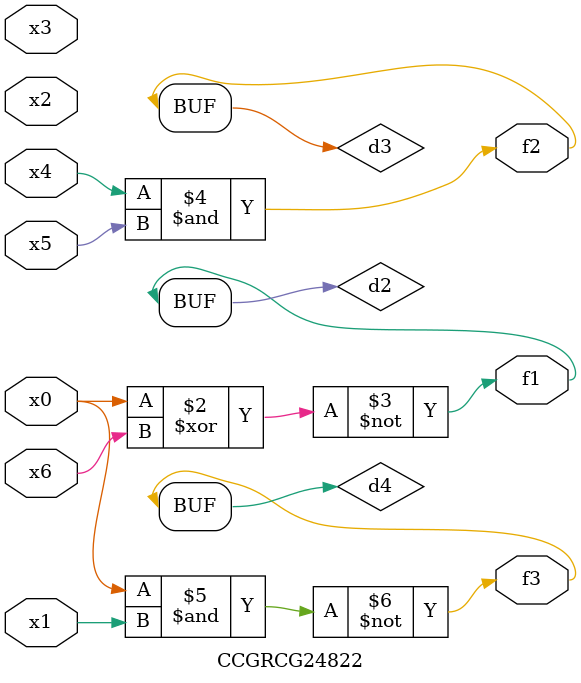
<source format=v>
module CCGRCG24822(
	input x0, x1, x2, x3, x4, x5, x6,
	output f1, f2, f3
);

	wire d1, d2, d3, d4;

	nor (d1, x0);
	xnor (d2, x0, x6);
	and (d3, x4, x5);
	nand (d4, x0, x1);
	assign f1 = d2;
	assign f2 = d3;
	assign f3 = d4;
endmodule

</source>
